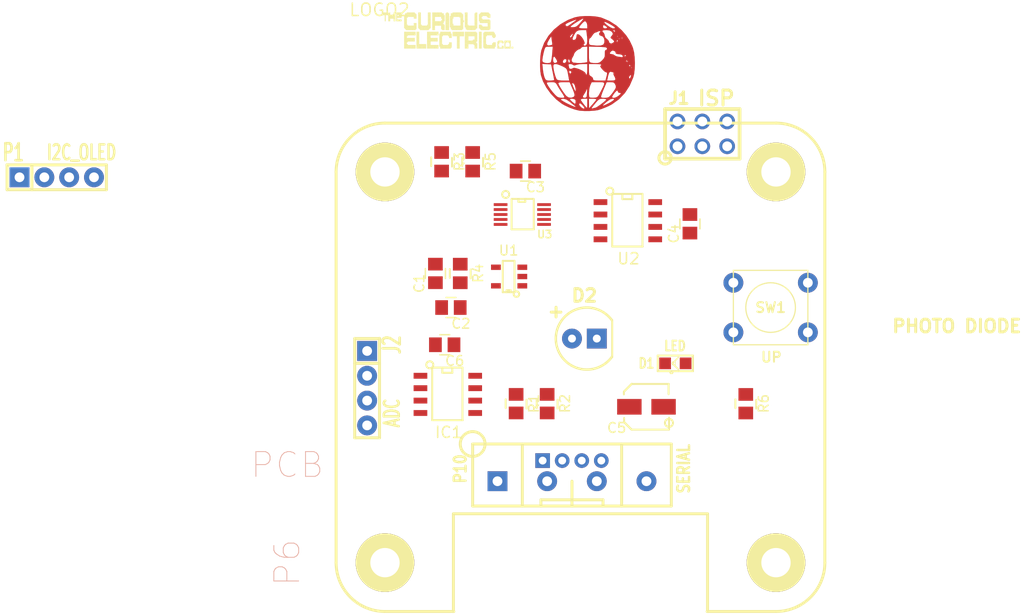
<source format=kicad_pcb>
(kicad_pcb (version 20171130) (host pcbnew "(5.1.10)-1")
  (layers (0 F.Cu signal) (31 B.Cu signal) (34 B.Paste user) (35 F.Paste user) (36 B.SilkS user) (37 F.SilkS user) (38 B.Mask user) (39 F.Mask user) (44 Edge.Cuts user))
  (net 0 "")
  (net 1 GND)
  (net 2 "Net-(D1-Pad2)")
  (net 3 /SDA_I2C)
  (net 4 /SCL_I2C)
  (net 5 +5V)
  (net 6 /Tx)
  (net 7 /Rx)
  (net 8 /IRR1+)
  (net 9 "Net-(C1-Pad2)")
  (net 10 /SW1)
  (net 11 /D4)
  (net 12 /D3)
  (net 13 /D0)
  (net 14 /D1)
  (net 15 /D2)
  (net 16 "Net-(IC1-Pad1)")
  (net 17 "Net-(J2-Pad2)")
  (net 18 "Net-(J2-Pad3)")
  (net 19 "Net-(P4-Pad1)")
  (net 20 "Net-(R3-Pad2)")
  (net 21 "Net-(R5-Pad2)")
  (net 22 "Net-(U2-Pad3)")
  (net 23 /IRR1-)
  (module REInnovationFootprint:SM_MSOP10-0.5 (layer F.Cu) (at 148.59 61.595 270)
    (fp_text reference U3 (at 2.032 -2.286 180) (layer F.SilkS) (effects (font (size 0.762 0.762) (thickness 0.1524))))
    (fp_text value ADS1115 hide)
    (pad 10 smd rect (at -1.016 -2.2225 270) (size 0.29 1.4) (layers F.Cu F.Paste F.Mask) (net 4 /SCL_I2C))
    (pad 9 smd rect (at -0.508 -2.2225 270) (size 0.29 1.4) (layers F.Cu F.Paste F.Mask) (net 3 /SDA_I2C))
    (pad 8 smd rect (at 0 -2.2225 270) (size 0.29 1.4) (layers F.Cu F.Paste F.Mask) (net 5 +5V))
    (pad 7 smd rect (at 0.508 -2.2225 270) (size 0.29 1.4) (layers F.Cu F.Paste F.Mask) (net 17 "Net-(J2-Pad2)"))
    (pad 6 smd rect (at 1.016 -2.2225 270) (size 0.29 1.4) (layers F.Cu F.Paste F.Mask) (net 18 "Net-(J2-Pad3)"))
    (pad 5 smd rect (at 1.016 2.2225 270) (size 0.29 1.4) (layers F.Cu F.Paste F.Mask) (net 23 /IRR1-))
    (pad 4 smd rect (at 0.508 2.2225 270) (size 0.29 1.4) (layers F.Cu F.Paste F.Mask) (net 8 /IRR1+))
    (pad 3 smd rect (at 0 2.2225 270) (size 0.29 1.4) (layers F.Cu F.Paste F.Mask) (net 1 GND))
    (pad 2 smd rect (at -0.508 2.2225 270) (size 0.29 1.4) (layers F.Cu F.Paste F.Mask) (net 20 "Net-(R3-Pad2)"))
    (pad 1 smd rect (at -1.016 2.2225 270) (size 0.29 1.4) (layers F.Cu F.Paste F.Mask) (net 21 "Net-(R5-Pad2)"))
  )
  (module CuriousElectric3:CEC_Globe_10mm_FCU (layer F.Cu) (at 155.321 46.101)
    (fp_text reference P4 hide)
    (fp_text value LOGO1 hide)
    (fp_poly (pts (xy 0.230092 -4.822486) (xy 0.792908 -4.777429) (xy 1.267235 -4.688807) (xy 1.340706 -4.667542) (xy 2.157578 -4.328299) (xy 2.906366 -3.848203) (xy 3.436072 -3.372761) (xy 3.895128 -2.844669) (xy 4.241358 -2.322757) (xy 4.515748 -1.74238) (xy 4.585661 -1.559568) (xy 4.694208 -1.134991) (xy 4.761463 -0.602005) (xy 4.786724 -0.016601) (xy 4.769288 0.565234) (xy 4.708454 1.087509) (xy 4.623268 1.439333) (xy 4.251352 2.306343) (xy 3.758998 3.062829) (xy 3.153541 3.700203) (xy 2.442312 4.209878) (xy 2.105847 4.38761) (xy 1.727794 4.554278) (xy 1.34502 4.700212) (xy 1.024552 4.800467) (xy 0.948332 4.818372) (xy 0.590714 4.866643) (xy 0.138732 4.892962) (xy -0.333906 4.896002) (xy -0.753492 4.874436) (xy -0.931334 4.852214) (xy -1.397145 4.736206) (xy -1.917506 4.546832) (xy -2.413737 4.315238) (xy -2.683125 4.158727) (xy -3.248282 3.720076) (xy -2.794 3.720076) (xy -2.723212 3.790508) (xy -2.53362 3.912526) (xy -2.259386 4.065085) (xy -2.106863 4.14341) (xy -1.742472 4.318379) (xy -1.472379 4.43308) (xy -1.310818 4.483029) (xy -1.27202 4.463741) (xy -1.359776 4.378807) (xy -1.496247 4.269403) (xy -1.575752 4.204574) (xy -0.925894 4.204574) (xy -0.868603 4.341183) (xy -0.758702 4.471368) (xy -0.609663 4.59228) (xy -0.467889 4.653021) (xy -0.378369 4.643933) (xy -0.379736 4.628244) (xy 0.360409 4.628244) (xy 0.402507 4.646152) (xy 0.458702 4.628721) (xy 0.645329 4.57917) (xy 0.718202 4.572) (xy 0.837498 4.523907) (xy 1.038601 4.39991) (xy 1.149702 4.322145) (xy 1.511351 4.322145) (xy 1.525151 4.349207) (xy 1.637851 4.317468) (xy 1.651 4.312843) (xy 1.883427 4.213103) (xy 2.163446 4.070201) (xy 2.260457 4.015442) (xy 2.536293 3.839645) (xy 2.657844 3.722174) (xy 2.62795 3.658231) (xy 2.481496 3.642408) (xy 2.241535 3.713368) (xy 1.932671 3.926596) (xy 1.820333 4.023471) (xy 1.606421 4.219246) (xy 1.511351 4.322145) (xy 1.149702 4.322145) (xy 1.280736 4.230428) (xy 1.523129 4.045881) (xy 1.725007 3.876688) (xy 1.845597 3.75327) (xy 1.862666 3.718156) (xy 1.787142 3.671251) (xy 1.59677 3.643708) (xy 1.49492 3.640666) (xy 1.278331 3.653337) (xy 1.118297 3.712591) (xy 0.959046 3.850292) (xy 0.790977 4.042833) (xy 0.545686 4.34238) (xy 0.405149 4.532252) (xy 0.360409 4.628244) (xy -0.379736 4.628244) (xy -0.386092 4.555355) (xy -0.388599 4.550833) (xy -0.522195 4.362262) (xy -0.678414 4.202742) (xy -0.811145 4.1151) (xy -0.858974 4.113939) (xy -0.925894 4.204574) (xy -1.575752 4.204574) (xy -1.708706 4.096164) (xy -1.876496 3.958166) (xy -2.206667 3.73062) (xy -2.309146 3.698) (xy -1.862667 3.698) (xy -1.803602 3.782977) (xy -1.655475 3.927497) (xy -1.5875 3.986346) (xy -1.414453 4.124509) (xy -1.329278 4.158385) (xy -1.293209 4.096099) (xy -1.284472 4.049855) (xy -1.283022 3.848459) (xy -1.302981 3.761509) (xy -1.341434 3.73225) (xy -0.762 3.73225) (xy -0.714139 3.832567) (xy -0.594367 4.010218) (xy -0.4384 4.218718) (xy -0.281957 4.411577) (xy -0.160755 4.542309) (xy -0.116801 4.572) (xy -0.099198 4.495397) (xy -0.087526 4.297806) (xy -0.084667 4.106333) (xy -0.084667 3.640666) (xy 0.084666 3.640666) (xy 0.08846 4.1275) (xy 0.092254 4.614333) (xy 0.46946 4.193318) (xy 0.660959 3.970404) (xy 0.796726 3.794853) (xy 0.846666 3.706485) (xy 0.770958 3.667224) (xy 0.579417 3.64368) (xy 0.465666 3.640666) (xy 0.084666 3.640666) (xy -0.084667 3.640666) (xy -0.423334 3.640666) (xy -0.635502 3.660978) (xy -0.753397 3.711741) (xy -0.762 3.73225) (xy -1.341434 3.73225) (xy -1.395683 3.690973) (xy -1.564703 3.647262) (xy -1.740008 3.638322) (xy -1.85156 3.6721) (xy -1.862667 3.698) (xy -2.309146 3.698) (xy -2.483261 3.642578) (xy -2.527554 3.640666) (xy -2.711226 3.662681) (xy -2.793663 3.716072) (xy -2.794 3.720076) (xy -3.248282 3.720076) (xy -3.271249 3.70225) (xy -3.808462 3.140101) (xy -4.266574 2.510811) (xy -4.533182 2.010833) (xy -4.233017 2.010833) (xy -4.178475 2.167604) (xy -4.035999 2.406897) (xy -3.835777 2.689908) (xy -3.608002 2.977831) (xy -3.382863 3.231864) (xy -3.19055 3.4132) (xy -3.093657 3.475295) (xy -2.877856 3.531343) (xy -2.644773 3.549618) (xy -2.469682 3.526676) (xy -2.433093 3.505536) (xy -2.450226 3.415203) (xy -2.546802 3.233849) (xy -2.660337 3.061036) (xy -2.862439 2.758868) (xy -3.059312 2.440438) (xy -3.135613 2.307166) (xy -3.259051 2.098237) (xy -3.298381 2.061206) (xy -3.048 2.061206) (xy -3.001712 2.192223) (xy -2.880931 2.416216) (xy -2.712787 2.690711) (xy -2.524409 2.973234) (xy -2.342926 3.221309) (xy -2.201563 3.386437) (xy -1.986062 3.511331) (xy -1.732527 3.538716) (xy -1.508553 3.46951) (xy -1.42444 3.387458) (xy -0.532896 3.387458) (xy -0.511343 3.511738) (xy -0.352842 3.544441) (xy -0.309511 3.539675) (xy -0.206551 3.505842) (xy -0.14874 3.414156) (xy -0.120758 3.223487) (xy -0.113644 3.070894) (xy 0.083959 3.070894) (xy 0.092513 3.331435) (xy 0.135354 3.491521) (xy 0.145014 3.503458) (xy 0.259335 3.53471) (xy 0.477659 3.543366) (xy 0.589514 3.538736) (xy 0.783913 3.52087) (xy 0.91714 3.476714) (xy 0.951281 3.444301) (xy 1.318578 3.444301) (xy 1.320044 3.483809) (xy 1.434653 3.536221) (xy 1.645996 3.553824) (xy 1.885244 3.537356) (xy 2.08357 3.487555) (xy 2.109152 3.475354) (xy 2.120173 3.465684) (xy 2.455333 3.465684) (xy 2.518506 3.549278) (xy 2.677627 3.550474) (xy 2.887094 3.479816) (xy 3.101308 3.347846) (xy 3.152497 3.304481) (xy 3.315695 3.149825) (xy 3.361178 3.075912) (xy 3.299169 3.05255) (xy 3.2385 3.050481) (xy 3.084796 3.000149) (xy 3.048 2.921) (xy 3.007622 2.808251) (xy 2.973382 2.794) (xy 2.877714 2.857553) (xy 2.736618 3.012111) (xy 2.591861 3.20352) (xy 2.485208 3.377626) (xy 2.455333 3.465684) (xy 2.120173 3.465684) (xy 2.23373 3.366049) (xy 2.409473 3.160803) (xy 2.579079 2.931187) (xy 2.748036 2.677322) (xy 2.831541 2.5109) (xy 2.843586 2.382307) (xy 2.798162 2.241929) (xy 2.783158 2.207499) (xy 2.693082 2.04516) (xy 2.573344 1.969303) (xy 2.362513 1.94792) (xy 2.283866 1.947333) (xy 1.899735 1.947333) (xy 1.587582 2.679476) (xy 1.456422 3.004776) (xy 1.362527 3.272427) (xy 1.318578 3.444301) (xy 0.951281 3.444301) (xy 1.025305 3.374026) (xy 1.144516 3.180561) (xy 1.281327 2.921) (xy 1.48774 2.521428) (xy 1.613378 2.249383) (xy 1.652113 2.080399) (xy 1.597813 1.990009) (xy 1.44435 1.953746) (xy 1.185594 1.947145) (xy 1.037386 1.947333) (xy 0.370029 1.947333) (xy 0.227347 2.246539) (xy 0.155045 2.472446) (xy 0.106026 2.765898) (xy 0.083959 3.070894) (xy -0.113644 3.070894) (xy -0.110603 3.005666) (xy -0.106733 2.744351) (xy -0.118935 2.63965) (xy -0.149645 2.679394) (xy -0.166175 2.728232) (xy -0.273097 2.964785) (xy -0.414252 3.182684) (xy -0.532896 3.387458) (xy -1.42444 3.387458) (xy -1.412439 3.375752) (xy -1.386179 3.256523) (xy -1.425702 3.06063) (xy -1.538351 2.758926) (xy -1.609701 2.592585) (xy -1.825083 2.102487) (xy -1.628362 2.102487) (xy -1.574817 2.282258) (xy -1.50802 2.455333) (xy -1.40357 2.689592) (xy -1.321413 2.843327) (xy -1.289898 2.878666) (xy -1.273971 2.804178) (xy -1.284178 2.617131) (xy -1.294766 2.527797) (xy -1.378806 2.222201) (xy -1.52516 2.058202) (xy -1.625142 2.033296) (xy -1.628362 2.102487) (xy -1.825083 2.102487) (xy -1.893269 1.947333) (xy -2.470635 1.947333) (xy -2.798436 1.957141) (xy -2.982402 1.989791) (xy -3.04707 2.050124) (xy -3.048 2.061206) (xy -3.298381 2.061206) (xy -3.372433 1.991485) (xy -3.537482 1.952617) (xy -3.783258 1.947333) (xy -4.03334 1.958116) (xy -4.196617 1.985844) (xy -4.233017 2.010833) (xy -4.533182 2.010833) (xy -4.617393 1.852911) (xy -4.827654 1.227619) (xy -4.890095 0.802586) (xy -4.917063 0.277066) (xy -4.91441 0.074936) (xy -4.682062 0.074936) (xy -4.630807 0.623818) (xy -4.58302 0.968185) (xy -4.51233 1.29212) (xy -4.453096 1.47535) (xy -4.366988 1.654808) (xy -4.266794 1.744198) (xy -4.09524 1.774802) (xy -3.898987 1.778) (xy -3.656373 1.76669) (xy -3.502075 1.737743) (xy -3.472756 1.7145) (xy -3.489326 1.608371) (xy -3.532525 1.377223) (xy -3.594605 1.061846) (xy -3.629553 0.889) (xy -3.736269 0.365632) (xy -3.556 0.365632) (xy -3.530312 0.614517) (xy -3.464284 0.931058) (xy -3.374469 1.254782) (xy -3.277422 1.525221) (xy -3.198328 1.672166) (xy -3.057982 1.734824) (xy -2.776495 1.770851) (xy -2.525797 1.778) (xy -1.939661 1.778) (xy -1.995403 1.4605) (xy -2.065894 1.065064) (xy -2.102674 0.899609) (xy -1.933783 0.899609) (xy -1.912685 0.984172) (xy -1.843164 1.077889) (xy -1.758292 1.030157) (xy -1.704002 0.914571) (xy -1.759656 0.831144) (xy -1.872452 0.771611) (xy -1.914049 0.785159) (xy -1.933783 0.899609) (xy -2.102674 0.899609) (xy -2.124913 0.799573) (xy -2.192658 0.627628) (xy -2.289327 0.51283) (xy -2.435121 0.418778) (xy -2.628192 0.320195) (xy -2.871408 0.213542) (xy -2.000616 0.213542) (xy -1.998726 0.218591) (xy -1.952165 0.409319) (xy -1.947334 0.472591) (xy -1.882083 0.567612) (xy -1.735393 0.588175) (xy -1.580863 0.527928) (xy -1.556227 0.506359) (xy -1.42059 0.476619) (xy -1.190395 0.519108) (xy -0.912998 0.613678) (xy -0.635755 0.740174) (xy -0.40602 0.878447) (xy -0.27115 1.008345) (xy -0.254 1.060507) (xy -0.207591 1.171776) (xy -0.169334 1.185333) (xy -0.12509 1.107575) (xy -0.094799 0.901593) (xy -0.084667 0.635) (xy -0.084667 0.084666) (xy 0.084666 0.084666) (xy 0.084666 0.663743) (xy 0.089747 0.974021) (xy 0.114192 1.159117) (xy 0.171807 1.263089) (xy 0.276398 1.329998) (xy 0.296333 1.339261) (xy 0.46271 1.47561) (xy 0.508 1.606851) (xy 0.522654 1.694536) (xy 0.590116 1.745871) (xy 0.745633 1.770417) (xy 1.024454 1.777735) (xy 1.13902 1.778) (xy 1.77004 1.778) (xy 1.951566 1.778) (xy 2.372783 1.778) (xy 2.629064 1.767447) (xy 2.755623 1.726633) (xy 2.791259 1.641819) (xy 2.791307 1.629833) (xy 2.739589 1.444154) (xy 2.738311 1.441966) (xy 4.179576 1.441966) (xy 4.195587 1.531422) (xy 4.263019 1.579315) (xy 4.326654 1.476046) (xy 4.382656 1.30334) (xy 4.396715 1.23069) (xy 4.353366 1.216681) (xy 4.265648 1.286065) (xy 4.179576 1.441966) (xy 2.738311 1.441966) (xy 2.670122 1.32527) (xy 2.594044 1.154595) (xy 2.597206 1.050103) (xy 2.59231 0.946321) (xy 2.555983 0.931333) (xy 2.404556 0.903039) (xy 2.336434 0.880393) (xy 2.221888 0.895175) (xy 2.124584 1.045454) (xy 2.036949 1.34543) (xy 2.004375 1.502833) (xy 1.951566 1.778) (xy 1.77004 1.778) (xy 1.858214 1.4605) (xy 1.928803 1.168854) (xy 1.936439 1.004738) (xy 1.879453 0.937828) (xy 1.829104 0.931333) (xy 1.712553 0.87854) (xy 1.559361 0.747777) (xy 1.405443 0.580465) (xy 1.321536 0.465666) (xy 4.402666 0.465666) (xy 4.445 0.508) (xy 4.487333 0.465666) (xy 4.445 0.423333) (xy 4.402666 0.465666) (xy 1.321536 0.465666) (xy 1.286715 0.418025) (xy 1.239091 0.301879) (xy 1.257624 0.272236) (xy 1.313721 0.221203) (xy 4.17777 0.221203) (xy 4.191 0.254) (xy 4.267082 0.33477) (xy 4.280663 0.338666) (xy 4.317029 0.27316) (xy 4.318 0.254) (xy 4.252912 0.172586) (xy 4.228336 0.169333) (xy 4.17777 0.221203) (xy 1.313721 0.221203) (xy 1.349655 0.188513) (xy 1.354666 0.162277) (xy 1.276925 0.125181) (xy 1.071281 0.097739) (xy 0.779101 0.085006) (xy 0.719666 0.084666) (xy 0.084666 0.084666) (xy -0.084667 0.084666) (xy -0.54635 0.084666) (xy -0.852468 0.102932) (xy -1.121586 0.149528) (xy -1.22598 0.18397) (xy -1.414542 0.240896) (xy -1.53692 0.190107) (xy -1.54323 0.18397) (xy -1.701912 0.105241) (xy -1.846326 0.084666) (xy -1.992198 0.113332) (xy -2.000616 0.213542) (xy -2.871408 0.213542) (xy -2.917827 0.193187) (xy -3.183413 0.108077) (xy -3.323167 0.086085) (xy -3.482885 0.105406) (xy -3.546115 0.200351) (xy -3.556 0.365632) (xy -3.736269 0.365632) (xy -3.784928 0.127) (xy -4.682062 0.074936) (xy -4.91441 0.074936) (xy -4.909689 -0.284567) (xy -4.907376 -0.314964) (xy -4.681503 -0.314964) (xy -4.660606 -0.166865) (xy -4.581808 -0.085116) (xy -4.580939 -0.084606) (xy -4.377671 -0.022376) (xy -4.11845 -0.006567) (xy -3.894791 -0.039618) (xy -3.839175 -0.064844) (xy -3.789619 -0.172407) (xy -3.773305 -0.249236) (xy -3.582063 -0.249236) (xy -3.54219 -0.111114) (xy -3.538127 -0.105834) (xy -3.420725 -0.010267) (xy -3.284267 -0.042763) (xy -3.227997 -0.076285) (xy -3.164121 -0.151943) (xy -3.179166 -0.21732) (xy -2.577938 -0.21732) (xy -2.577195 -0.073945) (xy -2.556087 -0.04431) (xy -2.423416 -0.006362) (xy -2.287625 -0.085643) (xy -2.216612 -0.233699) (xy -2.222485 -0.285045) (xy -2.032 -0.285045) (xy -2.005539 -0.117697) (xy -1.947481 -0.03885) (xy -1.889814 -0.080602) (xy -1.875894 -0.128398) (xy -1.898878 -0.303163) (xy -1.939394 -0.364594) (xy -2.012271 -0.395348) (xy -2.032 -0.285045) (xy -2.222485 -0.285045) (xy -2.233743 -0.383468) (xy -2.313418 -0.409684) (xy -1.68182 -0.409684) (xy -1.677171 -0.207141) (xy -1.560256 -0.077755) (xy -1.502834 -0.059753) (xy -1.149355 -0.019873) (xy -0.747014 -0.014651) (xy -0.394933 -0.044676) (xy -0.34925 -0.052917) (xy -0.084667 -0.105834) (xy -0.084667 -0.898073) (xy 0.084666 -0.898073) (xy 0.086744 -0.507216) (xy 0.108852 -0.254636) (xy 0.174797 -0.109318) (xy 0.30839 -0.040249) (xy 0.533439 -0.016414) (xy 0.766557 -0.009822) (xy 1.025354 -0.021249) (xy 1.212578 -0.094911) (xy 1.344176 -0.209102) (xy 3.916564 -0.209102) (xy 3.933518 -0.174967) (xy 4.014251 -0.087434) (xy 4.029102 -0.149163) (xy 4.008549 -0.215319) (xy 3.946216 -0.307525) (xy 3.918062 -0.305618) (xy 3.916564 -0.209102) (xy 1.344176 -0.209102) (xy 1.408952 -0.265309) (xy 1.44106 -0.298116) (xy 1.622003 -0.509478) (xy 1.70228 -0.698122) (xy 1.714678 -0.945562) (xy 1.713501 -0.975449) (xy 1.714299 -1.03373) (xy 2.218321 -1.03373) (xy 2.2421 -0.952774) (xy 2.402633 -0.931334) (xy 2.603176 -0.882818) (xy 2.70541 -0.809061) (xy 2.85349 -0.718846) (xy 3.083092 -0.658314) (xy 3.117944 -0.65396) (xy 3.341011 -0.628692) (xy 3.48684 -0.609057) (xy 3.498708 -0.6069) (xy 3.544194 -0.661657) (xy 3.540311 -0.740834) (xy 3.525376 -0.762) (xy 3.725333 -0.762) (xy 3.75422 -0.679535) (xy 3.762669 -0.677334) (xy 3.834955 -0.736663) (xy 3.852333 -0.762) (xy 3.84562 -0.840019) (xy 3.814996 -0.846667) (xy 3.728778 -0.785207) (xy 3.725333 -0.762) (xy 3.525376 -0.762) (xy 3.466036 -0.846094) (xy 3.272072 -0.902588) (xy 3.146044 -0.91538) (xy 2.907233 -0.9502) (xy 2.818523 -1.01366) (xy 2.822574 -1.05301) (xy 2.788136 -1.16682) (xy 2.668427 -1.253945) (xy 2.490812 -1.296987) (xy 2.351126 -1.210121) (xy 2.336461 -1.194315) (xy 2.218321 -1.03373) (xy 1.714299 -1.03373) (xy 1.716853 -1.219971) (xy 1.762123 -1.333715) (xy 1.828373 -1.354667) (xy 1.927907 -1.418249) (xy 1.931371 -1.502834) (xy 1.898271 -1.569773) (xy 1.809673 -1.615224) (xy 1.635947 -1.644629) (xy 1.347464 -1.663429) (xy 0.993829 -1.675032) (xy 0.084666 -1.699063) (xy 0.084666 -0.898073) (xy -0.084667 -0.898073) (xy -0.084667 -1.693334) (xy -0.371942 -1.693334) (xy -0.603192 -1.656065) (xy -0.707952 -1.566334) (xy -0.818663 -1.453742) (xy -0.881981 -1.439334) (xy -1.038384 -1.379147) (xy -1.223724 -1.235434) (xy -1.378208 -1.063469) (xy -1.442027 -0.921625) (xy -1.492325 -0.765379) (xy -1.569027 -0.639985) (xy -1.68182 -0.409684) (xy -2.313418 -0.409684) (xy -2.354904 -0.423334) (xy -2.490377 -0.359148) (xy -2.577938 -0.21732) (xy -3.179166 -0.21732) (xy -3.192722 -0.276224) (xy -3.267418 -0.413656) (xy -3.384003 -0.58721) (xy -3.470359 -0.674782) (xy -3.479718 -0.677334) (xy -3.54336 -0.605412) (xy -3.579964 -0.438358) (xy -3.582063 -0.249236) (xy -3.773305 -0.249236) (xy -3.739437 -0.408728) (xy -3.696229 -0.733435) (xy -3.680088 -0.910215) (xy -3.618826 -1.693334) (xy -3.997345 -1.693334) (xy -4.233702 -1.684369) (xy -4.360327 -1.628679) (xy -4.436782 -1.483066) (xy -4.480937 -1.342631) (xy -4.561314 -1.03092) (xy -4.634197 -0.679176) (xy -4.651444 -0.577995) (xy -4.681503 -0.314964) (xy -4.907376 -0.314964) (xy -4.869101 -0.817937) (xy -4.796432 -1.25867) (xy -4.783062 -1.311956) (xy -4.563451 -1.896058) (xy -4.193813 -1.896058) (xy -4.100031 -1.80539) (xy -3.915218 -1.818235) (xy -3.741888 -1.865711) (xy -3.666382 -1.893397) (xy -3.667984 -1.97903) (xy -3.690716 -2.179264) (xy -3.711991 -2.331015) (xy -3.726317 -2.427327) (xy -1.592512 -2.427327) (xy -1.501466 -2.373732) (xy -1.448392 -2.370667) (xy -1.281665 -2.444955) (xy -1.195452 -2.657896) (xy -1.185334 -2.800925) (xy -1.141084 -2.942392) (xy -1.026117 -2.963446) (xy -0.867107 -2.8822) (xy -0.690728 -2.716766) (xy -0.523655 -2.485253) (xy -0.42191 -2.282563) (xy -0.354984 -2.080886) (xy -0.374541 -1.984774) (xy -0.407132 -1.966846) (xy -0.47178 -1.889189) (xy -0.461198 -1.855436) (xy -0.401436 -1.78742) (xy -0.304983 -1.797737) (xy -0.218592 -1.829392) (xy -0.125014 -1.954265) (xy -0.088371 -2.206698) (xy 0.084666 -2.206698) (xy 0.096443 -1.989739) (xy 0.158922 -1.887438) (xy 0.312828 -1.845413) (xy 0.359833 -1.839248) (xy 0.903063 -1.793185) (xy 1.293438 -1.808514) (xy 1.528679 -1.8851) (xy 1.560285 -1.911048) (xy 1.660702 -2.103343) (xy 1.671391 -2.343214) (xy 1.606344 -2.574973) (xy 1.479555 -2.742935) (xy 1.338419 -2.794) (xy 1.187837 -2.851813) (xy 1.118161 -2.979876) (xy 1.158535 -3.110127) (xy 1.19171 -3.136609) (xy 1.259352 -3.230199) (xy 1.24253 -3.273025) (xy 1.129498 -3.284911) (xy 1.013298 -3.235295) (xy 0.830341 -3.152137) (xy 0.729178 -3.132667) (xy 0.613805 -3.065486) (xy 0.473633 -2.898106) (xy 0.434551 -2.836334) (xy 0.304791 -2.649729) (xy 0.19511 -2.546947) (xy 0.172188 -2.54) (xy 0.117025 -2.464975) (xy 0.086689 -2.277889) (xy 0.084666 -2.206698) (xy -0.088371 -2.206698) (xy -0.084979 -2.230064) (xy -0.099169 -2.646842) (xy -0.138509 -2.99385) (xy -0.181909 -3.310492) (xy 1.452764 -3.310492) (xy 1.487982 -3.207163) (xy 1.566333 -3.132667) (xy 1.667963 -2.968164) (xy 1.693333 -2.827919) (xy 1.768321 -2.620531) (xy 1.905 -2.489881) (xy 2.056669 -2.359984) (xy 2.116666 -2.250863) (xy 2.183276 -2.078781) (xy 2.339635 -2.00725) (xy 2.463588 -2.036419) (xy 2.612356 -2.139496) (xy 2.66272 -2.19441) (xy 2.635411 -2.286) (xy 2.921 -2.286) (xy 2.927712 -2.207982) (xy 2.958336 -2.201334) (xy 3.044554 -2.262794) (xy 3.048 -2.286) (xy 3.019113 -2.368466) (xy 3.010663 -2.370667) (xy 2.938377 -2.311338) (xy 2.921 -2.286) (xy 2.635411 -2.286) (xy 2.634259 -2.289862) (xy 2.502037 -2.422275) (xy 2.478082 -2.440332) (xy 2.407082 -2.497667) (xy 3.132666 -2.497667) (xy 3.175 -2.455334) (xy 3.217333 -2.497667) (xy 3.175 -2.54) (xy 3.132666 -2.497667) (xy 2.407082 -2.497667) (xy 2.327586 -2.561862) (xy 2.317381 -2.596445) (xy 3.414888 -2.596445) (xy 3.426511 -2.546111) (xy 3.471333 -2.54) (xy 3.541023 -2.570979) (xy 3.527777 -2.596445) (xy 3.427298 -2.606578) (xy 3.414888 -2.596445) (xy 2.317381 -2.596445) (xy 2.301797 -2.64925) (xy 2.376708 -2.751667) (xy 2.963333 -2.751667) (xy 3.005666 -2.709334) (xy 3.048 -2.751667) (xy 3.005666 -2.794) (xy 2.963333 -2.751667) (xy 2.376708 -2.751667) (xy 2.385136 -2.763189) (xy 2.392979 -2.771878) (xy 2.518291 -2.945047) (xy 2.509928 -3.086093) (xy 2.399877 -3.231834) (xy 2.233756 -3.334501) (xy 2.568769 -3.334501) (xy 2.582333 -3.302) (xy 2.694492 -3.220495) (xy 2.719326 -3.217334) (xy 2.76523 -3.2695) (xy 2.751666 -3.302) (xy 2.639507 -3.383506) (xy 2.614673 -3.386667) (xy 2.568769 -3.334501) (xy 2.233756 -3.334501) (xy 2.219661 -3.343212) (xy 1.924514 -3.385557) (xy 1.849544 -3.386667) (xy 1.571276 -3.368524) (xy 1.452764 -3.310492) (xy -0.181909 -3.310492) (xy -0.19235 -3.386667) (xy -0.633386 -3.386667) (xy -0.934903 -3.366136) (xy -1.14458 -3.282285) (xy -1.311741 -3.101727) (xy -1.471457 -2.819372) (xy -1.582071 -2.567368) (xy -1.592512 -2.427327) (xy -3.726317 -2.427327) (xy -3.760308 -2.655826) (xy -1.857042 -2.655826) (xy -1.791591 -2.624667) (xy -1.709884 -2.693324) (xy -1.615172 -2.855868) (xy -1.547758 -3.012415) (xy -1.566433 -3.030775) (xy -1.686249 -2.927413) (xy -1.828239 -2.766177) (xy -1.857042 -2.655826) (xy -3.760308 -2.655826) (xy -3.774566 -2.751667) (xy -4.009985 -2.383956) (xy -4.164205 -2.091346) (xy -4.193813 -1.896058) (xy -4.563451 -1.896058) (xy -4.491556 -2.087275) (xy -4.054312 -2.805426) (xy -3.490567 -3.447418) (xy -3.251913 -3.641911) (xy -0.931334 -3.641911) (xy -0.855189 -3.592904) (xy -0.660498 -3.561799) (xy -0.508 -3.556) (xy -0.084667 -3.556) (xy -0.084667 -3.725334) (xy 1.524 -3.725334) (xy 1.573608 -3.592549) (xy 1.735666 -3.556) (xy 1.894797 -3.58397) (xy 1.947333 -3.637688) (xy 1.881773 -3.731343) (xy 1.737291 -3.834295) (xy 1.592188 -3.89295) (xy 1.571899 -3.894667) (xy 1.532927 -3.823487) (xy 1.524 -3.725334) (xy -0.084667 -3.725334) (xy -0.084667 -3.841967) (xy -0.12383 -4.076313) (xy -0.188867 -4.187445) (xy 1.652532 -4.187445) (xy 1.723728 -4.084948) (xy 1.873504 -3.947193) (xy 2.068442 -3.799935) (xy 2.275126 -3.668929) (xy 2.46014 -3.57993) (xy 2.566163 -3.55623) (xy 2.72481 -3.581131) (xy 2.750576 -3.642431) (xy 2.638617 -3.742749) (xy 2.427101 -3.880982) (xy 2.170334 -4.027002) (xy 1.922626 -4.150683) (xy 1.738283 -4.221898) (xy 1.693333 -4.228929) (xy 1.652532 -4.187445) (xy -0.188867 -4.187445) (xy -0.219535 -4.239848) (xy -0.220984 -4.241066) (xy -0.318038 -4.292295) (xy -0.423392 -4.255697) (xy -0.578597 -4.111637) (xy -0.644317 -4.04101) (xy -0.810195 -3.844098) (xy -0.913855 -3.690434) (xy -0.931334 -3.641911) (xy -3.251913 -3.641911) (xy -3.147055 -3.727365) (xy -1.800971 -3.727365) (xy -1.776232 -3.686847) (xy -1.616581 -3.680257) (xy -1.533774 -3.682047) (xy -1.337738 -3.703248) (xy -1.17415 -3.775181) (xy -0.99478 -3.927529) (xy -0.803953 -4.131208) (xy -0.620061 -4.346642) (xy -0.504711 -4.50367) (xy -0.480373 -4.571339) (xy -0.483969 -4.572) (xy -0.601193 -4.528508) (xy -0.813255 -4.416138) (xy -1.075528 -4.262052) (xy -1.343387 -4.093411) (xy -1.572204 -3.937376) (xy -1.716809 -3.821647) (xy -1.800971 -3.727365) (xy -3.147055 -3.727365) (xy -2.919375 -3.912913) (xy -2.320782 -3.912913) (xy -2.282398 -3.847994) (xy -2.223174 -3.786709) (xy -2.156305 -3.771337) (xy -2.049252 -3.815132) (xy -1.869476 -3.931349) (xy -1.5875 -4.131052) (xy -1.372071 -4.289856) (xy -1.226119 -4.406628) (xy -1.185334 -4.449187) (xy -1.254859 -4.446036) (xy -1.431743 -4.391942) (xy -1.668447 -4.304377) (xy -1.917433 -4.200814) (xy -2.113033 -4.108213) (xy -2.285016 -4.00137) (xy -2.320782 -3.912913) (xy -2.919375 -3.912913) (xy -2.819555 -3.994261) (xy -2.060513 -4.426966) (xy -1.360467 -4.690843) (xy -0.909478 -4.779735) (xy -0.35833 -4.823435) (xy 0.230092 -4.822486)) (layer F.Cu) (width 0.01))
    (pad 1 smd circle (at 0 0) (size 0.01 0.01) (layers F.Cu F.Paste F.Mask) (net 19 "Net-(P4-Pad1)") (clearance 5))
  )
  (module REInnovationFootprint:SM_C_0805 (layer F.Cu) (at 139.7 67.6352 90)
    (fp_text reference C1 (at -1.016 -1.651 90) (layer F.SilkS))
    (fp_text value 10n hide)
    (pad 1 smd rect (at -0.9398 0 90) (size 1.3 1.5) (layers F.Cu F.Paste F.Mask) (net 8 /IRR1+))
    (pad 2 smd rect (at 0.9602 0 90) (size 1.3 1.5) (layers F.Cu F.Paste F.Mask) (net 9 "Net-(C1-Pad2)"))
  )
  (module REInnovationFootprint:SM_C_0805 (layer F.Cu) (at 141.2952 71.12 180)
    (fp_text reference C2 (at -1.016 -1.651) (layer F.SilkS))
    (fp_text value 100n hide)
    (pad 1 smd rect (at -0.9398 0 180) (size 1.3 1.5) (layers F.Cu F.Paste F.Mask) (net 1 GND))
    (pad 2 smd rect (at 0.9602 0 180) (size 1.3 1.5) (layers F.Cu F.Paste F.Mask) (net 5 +5V))
  )
  (module REInnovationFootprint:SM_C_0805 (layer F.Cu) (at 148.9152 57.15 180)
    (fp_text reference C3 (at -1.016 -1.651) (layer F.SilkS))
    (fp_text value 100n hide)
    (pad 1 smd rect (at -0.9398 0 180) (size 1.3 1.5) (layers F.Cu F.Paste F.Mask) (net 5 +5V))
    (pad 2 smd rect (at 0.9602 0 180) (size 1.3 1.5) (layers F.Cu F.Paste F.Mask) (net 1 GND))
  )
  (module REInnovationFootprint:SM_C_0805 (layer F.Cu) (at 165.735 62.5552 90)
    (fp_text reference C4 (at -1.016 -1.651 90) (layer F.SilkS))
    (fp_text value 100n hide)
    (pad 2 smd rect (at 0.9602 0 90) (size 1.3 1.5) (layers F.Cu F.Paste F.Mask) (net 5 +5V))
    (pad 1 smd rect (at -0.9398 0 90) (size 1.3 1.5) (layers F.Cu F.Paste F.Mask) (net 1 GND))
  )
  (module REInnovationFootprint:SM_4x5.3 (layer F.Cu) (at 161.29 81.28 180)
    (fp_text reference C5 (at 3.048 -2.159 180) (layer F.SilkS))
    (fp_text value 100u hide)
    (pad 1 smd rect (at 1.75 0 180) (size 2.5 1.6) (layers F.Cu F.Paste F.Mask) (net 5 +5V))
    (pad 2 smd rect (at -1.75 0 180) (size 2.5 1.6) (layers F.Cu F.Paste F.Mask) (net 1 GND))
  )
  (module REInnovationFootprint:SM_C_0805 (layer F.Cu) (at 140.6602 74.93 180)
    (fp_text reference C6 (at -1.016 -1.651) (layer F.SilkS))
    (fp_text value 100n hide)
    (pad 2 smd rect (at 0.9602 0 180) (size 1.3 1.5) (layers F.Cu F.Paste F.Mask) (net 1 GND))
    (pad 1 smd rect (at -0.9398 0 180) (size 1.3 1.5) (layers F.Cu F.Paste F.Mask) (net 5 +5V))
  )
  (module REInnovationFootprint:SM0805_LED (layer F.Cu) (at 164.24402 76.835 90)
    (fp_text reference D1 (at 0 -2.95402 180) (layer F.SilkS) (effects (font (size 1 0.8) (thickness 0.25))))
    (fp_text value LED (at 1.778 -0.03302 180) (layer F.SilkS) (effects (font (size 1 0.8) (thickness 0.25))))
    (pad 2 smd rect (at 0 1.04902 90) (size 1.19888 1.19888) (layers F.Cu F.Paste F.Mask) (net 2 "Net-(D1-Pad2)"))
    (pad 1 smd rect (at 0 -1.04902 90) (size 1.19888 1.19888) (layers F.Cu F.Paste F.Mask) (net 10 /SW1))
  )
  (module REInnovationFootprint:TH_LED-5MM_larg_pad (layer F.Cu) (at 154.94 74.295)
    (fp_text reference D2 (at 0 -4.4) (layer F.SilkS) (effects (font (size 1.3 1.3) (thickness 0.3))))
    (fp_text value "PHOTO DIODE" (at 38.1 -1.27) (layer F.SilkS) (effects (font (size 1.3 1.3) (thickness 0.3))))
    (fp_text user + (at -2.9 -2.8) (layer F.SilkS) (effects (font (size 1.3 1.3) (thickness 0.3))))
    (pad 2 thru_hole circle (at -1.27 0) (size 2.032 2.032) (drill 0.8128) (layers *.Cu *.Mask) (net 1 GND))
    (pad 1 thru_hole rect (at 1.27 0) (size 2.032 2.032) (drill 0.8128) (layers *.Cu *.Mask) (net 9 "Net-(C1-Pad2)"))
  )
  (module REInnovationFootprint:SM_SOIC_8 (layer F.Cu) (at 140.97 80.645 270)
    (fp_text reference IC1 (at 3.2512 -0.0762) (layer F.SilkS) (effects (font (size 1.143 1.143) (thickness 0.1524))))
    (fp_text value ATTINY85-P hide)
    (pad 4 smd rect (at 1.27 2.8 270) (size 0.59944 1.39954) (layers F.Cu F.Paste F.Mask) (net 1 GND))
    (pad 3 smd rect (at 0 2.8 270) (size 0.59944 1.39954) (layers F.Cu F.Paste F.Mask) (net 11 /D4))
    (pad 2 smd rect (at -1.27 2.8 270) (size 0.59944 1.39954) (layers F.Cu F.Paste F.Mask) (net 12 /D3))
    (pad 5 smd rect (at 1.27 -2.8 270) (size 0.59944 1.39954) (layers F.Cu F.Paste F.Mask) (net 13 /D0))
    (pad 6 smd rect (at 0 -2.8 270) (size 0.59944 1.39954) (layers F.Cu F.Paste F.Mask) (net 14 /D1))
    (pad 7 smd rect (at -1.27 -2.8 270) (size 0.59944 1.39954) (layers F.Cu F.Paste F.Mask) (net 15 /D2))
    (pad 1 smd rect (at -2.54 2.8 270) (size 0.59944 1.39954) (layers F.Cu F.Paste F.Mask) (net 16 "Net-(IC1-Pad1)"))
    (pad 8 smd rect (at -2.54 -2.8 270) (size 0.59944 1.39954) (layers F.Cu F.Paste F.Mask) (net 5 +5V))
  )
  (module REInnovationFootprint:ISP_3x2 (layer F.Cu) (at 167.64 53.34)
    (fp_text reference J1 (at -3.018001 -3.649501 180) (layer F.SilkS) (effects (font (size 1.2 1.2) (thickness 0.3))))
    (fp_text value ISP (at 0.791999 -3.649501) (layer F.SilkS) (effects (font (size 1.524 1.524) (thickness 0.3048))))
    (pad 5 thru_hole circle (at 1.905 1.27) (size 1.6002 1.6002) (drill 1.00076) (layers *.Cu *.Mask) (net 16 "Net-(IC1-Pad1)"))
    (pad 6 thru_hole circle (at 1.905 -1.27) (size 1.6002 1.6002) (drill 1.00076) (layers *.Cu *.Mask) (net 1 GND))
    (pad 3 thru_hole circle (at -0.635 1.27) (size 1.6002 1.6002) (drill 1.00076) (layers *.Cu *.Mask) (net 15 /D2))
    (pad 4 thru_hole circle (at -0.635 -1.27) (size 1.6002 1.6002) (drill 1.00076) (layers *.Cu *.Mask) (net 13 /D0))
    (pad 1 thru_hole circle (at -3.175 1.27) (size 1.6002 1.6002) (drill 1.00076) (layers *.Cu *.Mask) (net 14 /D1))
    (pad 2 thru_hole circle (at -3.175 -1.27) (size 1.6002 1.6002) (drill 1.00076) (layers *.Cu *.Mask) (net 5 +5V))
  )
  (module REInnovationFootprint:SIL-4_large_pad (layer F.Cu) (at 132.715 79.375 270)
    (fp_text reference J2 (at -4.445 -2.54 270) (layer F.SilkS) (effects (font (size 1.73482 1.08712) (thickness 0.27178))))
    (fp_text value ADC (at 2.54 -2.54 90) (layer F.SilkS) (effects (font (size 1.524 1.016) (thickness 0.254))))
    (pad 1 thru_hole rect (at -3.81 0 270) (size 2.032 2.032) (drill 1.00076) (layers *.Cu *.Mask) (net 5 +5V))
    (pad 2 thru_hole circle (at -1.27 0 270) (size 2.032 2.032) (drill 1.00076) (layers *.Cu *.Mask) (net 17 "Net-(J2-Pad2)"))
    (pad 3 thru_hole circle (at 1.27 0 270) (size 2.032 2.032) (drill 1.00076) (layers *.Cu *.Mask) (net 18 "Net-(J2-Pad3)"))
    (pad 4 thru_hole circle (at 3.81 0 270) (size 2.032 2.032) (drill 1.00076) (layers *.Cu *.Mask) (net 1 GND))
  )
  (module REInnovationFootprint:SIL-4_large_pad (layer F.Cu) (at 100.965 57.785)
    (fp_text reference P1 (at -4.445 -2.54 180) (layer F.SilkS) (effects (font (size 1.73482 1.08712) (thickness 0.27178))))
    (fp_text value I2C_OLED (at 2.54 -2.54) (layer F.SilkS) (effects (font (size 1.524 1.016) (thickness 0.254))))
    (pad 4 thru_hole circle (at 3.81 0) (size 2.032 2.032) (drill 1.00076) (layers *.Cu *.Mask) (net 3 /SDA_I2C))
    (pad 3 thru_hole circle (at 1.27 0) (size 2.032 2.032) (drill 1.00076) (layers *.Cu *.Mask) (net 4 /SCL_I2C))
    (pad 2 thru_hole circle (at -1.27 0) (size 2.032 2.032) (drill 1.00076) (layers *.Cu *.Mask) (net 5 +5V))
    (pad 1 thru_hole rect (at -3.81 0) (size 2.032 2.032) (drill 1.00076) (layers *.Cu *.Mask) (net 1 GND))
  )
  (module CuriousElectric3:TCEC_Words_13mm (layer F.Cu) (at 133.985 40.64)
    (fp_text reference P5 hide)
    (fp_text value LOGO2 (at 0 0) (layer F.SilkS) (effects (font (size 1.27 1.27))))
  )
  (module REInnovationFootprint:SIL-4_Grove_SCREW (layer F.Cu) (at 153.67 88.9)
    (fp_text reference P10 (at -11.43 -1.27 -90) (layer F.SilkS) (effects (font (size 1.2 1) (thickness 0.25))))
    (fp_text value SERIAL (at 11.43 -1.27 -90) (layer F.SilkS) (effects (font (size 1.2 1) (thickness 0.25))))
    (pad 1 thru_hole rect (at -7.62 0) (size 2.032 2.032) (drill 1.00076) (layers *.Cu *.Mask) (net 7 /Rx))
    (pad 2 thru_hole circle (at -2.54 0) (size 2.032 2.032) (drill 1.00076) (layers *.Cu *.Mask) (net 6 /Tx))
    (pad 3 thru_hole circle (at 2.54 0) (size 2.032 2.032) (drill 1.00076) (layers *.Cu *.Mask) (net 5 +5V))
    (pad 4 thru_hole circle (at 7.62 0) (size 2.032 2.032) (drill 1.00076) (layers *.Cu *.Mask) (net 1 GND))
    (pad 1 thru_hole rect (at -3 -2.111) (size 1.5 1.5) (drill 0.8) (layers *.Cu *.Mask) (net 7 /Rx))
    (pad 2 thru_hole circle (at -1 -2.111) (size 1.5 1.5) (drill 0.8) (layers *.Cu *.Mask) (net 6 /Tx))
    (pad 3 thru_hole circle (at 1 -2.111) (size 1.5 1.5) (drill 0.8) (layers *.Cu *.Mask) (net 5 +5V))
    (pad 4 thru_hole circle (at 3 -2.111) (size 1.5 1.5) (drill 0.8) (layers *.Cu *.Mask) (net 1 GND))
  )
  (module REInnovationFootprint:SM0805 (layer F.Cu) (at 147.955 80.9448)
    (fp_text reference R1 (at 1.8288 0 90) (layer F.SilkS))
    (fp_text value 10k hide)
    (pad 1 smd rect (at 0 -0.9348) (size 1.5 1.3) (layers F.Cu F.Paste F.Mask) (net 5 +5V))
    (pad 2 smd rect (at 0 0.9652) (size 1.5 1.3) (layers F.Cu F.Paste F.Mask) (net 13 /D0))
  )
  (module REInnovationFootprint:SM0805 (layer F.Cu) (at 151.13 80.9448)
    (fp_text reference R2 (at 1.8288 0 90) (layer F.SilkS))
    (fp_text value 10k hide)
    (pad 2 smd rect (at 0 0.9652) (size 1.5 1.3) (layers F.Cu F.Paste F.Mask) (net 15 /D2))
    (pad 1 smd rect (at 0 -0.9348) (size 1.5 1.3) (layers F.Cu F.Paste F.Mask) (net 5 +5V))
  )
  (module REInnovationFootprint:SM0805 (layer F.Cu) (at 140.335 56.1798)
    (fp_text reference R3 (at 1.8288 0 90) (layer F.SilkS))
    (fp_text value 10k hide)
    (pad 2 smd rect (at 0 0.9652) (size 1.5 1.3) (layers F.Cu F.Paste F.Mask) (net 20 "Net-(R3-Pad2)"))
    (pad 1 smd rect (at 0 -0.9348) (size 1.5 1.3) (layers F.Cu F.Paste F.Mask) (net 5 +5V))
  )
  (module REInnovationFootprint:SM0805 (layer F.Cu) (at 142.24 67.6148)
    (fp_text reference R4 (at 1.8288 0 90) (layer F.SilkS))
    (fp_text value 47k hide)
    (pad 1 smd rect (at 0 -0.9348) (size 1.5 1.3) (layers F.Cu F.Paste F.Mask) (net 8 /IRR1+))
    (pad 2 smd rect (at 0 0.9652) (size 1.5 1.3) (layers F.Cu F.Paste F.Mask) (net 9 "Net-(C1-Pad2)"))
  )
  (module REInnovationFootprint:SM0805 (layer F.Cu) (at 143.51 56.1798)
    (fp_text reference R5 (at 1.8288 0 90) (layer F.SilkS))
    (fp_text value 10k hide)
    (pad 1 smd rect (at 0 -0.9348) (size 1.5 1.3) (layers F.Cu F.Paste F.Mask) (net 1 GND))
    (pad 2 smd rect (at 0 0.9652) (size 1.5 1.3) (layers F.Cu F.Paste F.Mask) (net 21 "Net-(R5-Pad2)"))
  )
  (module REInnovationFootprint:SM0805 (layer F.Cu) (at 171.45 80.9498)
    (fp_text reference R6 (at 1.8288 0 90) (layer F.SilkS))
    (fp_text value 330R hide)
    (pad 2 smd rect (at 0 0.9652) (size 1.5 1.3) (layers F.Cu F.Paste F.Mask) (net 2 "Net-(D1-Pad2)"))
    (pad 1 smd rect (at 0 -0.9348) (size 1.5 1.3) (layers F.Cu F.Paste F.Mask) (net 5 +5V))
  )
  (module REInnovationFootprint:SW_PUSH_SMALL_lg_pad (layer F.Cu) (at 173.99 71.12)
    (fp_text reference SW1 (at 0 0) (layer F.SilkS) (effects (font (size 1.016 1.016) (thickness 0.2032))))
    (fp_text value UP (at 0.0762 5.08) (layer F.SilkS) (effects (font (size 1.016 1.016) (thickness 0.2032))))
    (pad 2 thru_hole circle (at -3.81 2.54) (size 2.032 2.032) (drill 1.00076) (layers *.Cu *.Mask) (net 1 GND))
    (pad 1 thru_hole circle (at -3.81 -2.54) (size 2.032 2.032) (drill 1.00076) (layers *.Cu *.Mask) (net 10 /SW1))
    (pad 2 thru_hole circle (at 3.81 2.54) (size 2.032 2.032) (drill 1.00076) (layers *.Cu *.Mask) (net 1 GND))
    (pad 1 thru_hole circle (at 3.81 -2.54) (size 2.032 2.032) (drill 1.00076) (layers *.Cu *.Mask) (net 10 /SW1))
  )
  (module REInnovationFootprint:SM_SOT-23-5 (layer F.Cu) (at 148.59 67.945 90)
    (fp_text reference U1 (at 2.667 -1.397) (layer F.SilkS))
    (fp_text value TSV911xxLx hide)
    (pad 5 smd rect (at -0.95 -2.7 90) (size 0.55 1) (layers F.Cu F.Paste F.Mask) (net 5 +5V))
    (pad 4 smd rect (at 0.95 -2.7 90) (size 0.55 1) (layers F.Cu F.Paste F.Mask) (net 1 GND))
    (pad 1 smd rect (at -0.95 0 90) (size 0.55 1) (layers F.Cu F.Paste F.Mask) (net 8 /IRR1+))
    (pad 2 smd rect (at 0 0 90) (size 0.55 1) (layers F.Cu F.Paste F.Mask) (net 1 GND))
    (pad 3 smd rect (at 0.95 0 90) (size 0.55 1) (layers F.Cu F.Paste F.Mask) (net 9 "Net-(C1-Pad2)"))
  )
  (module REInnovationFootprint:SM_SOIC_8 (layer F.Cu) (at 159.385 62.865 270)
    (fp_text reference U2 (at 3.2512 -0.0762) (layer F.SilkS) (effects (font (size 1.143 1.143) (thickness 0.1524))))
    (fp_text value LM75B hide)
    (pad 8 smd rect (at -2.54 -2.8 270) (size 0.59944 1.39954) (layers F.Cu F.Paste F.Mask) (net 5 +5V))
    (pad 1 smd rect (at -2.54 2.8 270) (size 0.59944 1.39954) (layers F.Cu F.Paste F.Mask) (net 3 /SDA_I2C))
    (pad 7 smd rect (at -1.27 -2.8 270) (size 0.59944 1.39954) (layers F.Cu F.Paste F.Mask) (net 1 GND))
    (pad 6 smd rect (at 0 -2.8 270) (size 0.59944 1.39954) (layers F.Cu F.Paste F.Mask) (net 1 GND))
    (pad 5 smd rect (at 1.27 -2.8 270) (size 0.59944 1.39954) (layers F.Cu F.Paste F.Mask) (net 1 GND))
    (pad 2 smd rect (at -1.27 2.8 270) (size 0.59944 1.39954) (layers F.Cu F.Paste F.Mask) (net 4 /SCL_I2C))
    (pad 3 smd rect (at 0 2.8 270) (size 0.59944 1.39954) (layers F.Cu F.Paste F.Mask) (net 22 "Net-(U2-Pad3)"))
    (pad 4 smd rect (at 1.27 2.8 270) (size 0.59944 1.39954) (layers F.Cu F.Paste F.Mask) (net 1 GND))
  )
  (module REInnovationFootprint:PCB_50x50mm_PP3_Cutout (layer F.Cu) (at 129.54 102.235)
    (fp_text reference P6 (at -5 -5 90) (layer B.SilkS) (effects (font (size 2.54 2.54) (thickness 0.0889))))
    (fp_text value PCB (at -5 -15) (layer B.SilkS) (effects (font (size 2.54 2.54) (thickness 0.0889))))
    (pad "" np_thru_hole circle (at 45 -45) (size 6 6) (drill 3) (layers *.Cu *.Mask F.SilkS))
    (pad "" np_thru_hole circle (at 5 -45) (size 6 6) (drill 3) (layers *.Cu *.Mask F.SilkS))
    (pad "" np_thru_hole circle (at 5 -5) (size 6 6) (drill 3) (layers *.Cu *.Mask F.SilkS))
    (pad "" np_thru_hole circle (at 45 -5) (size 6 6) (drill 3) (layers *.Cu *.Mask F.SilkS))
  )
)
</source>
